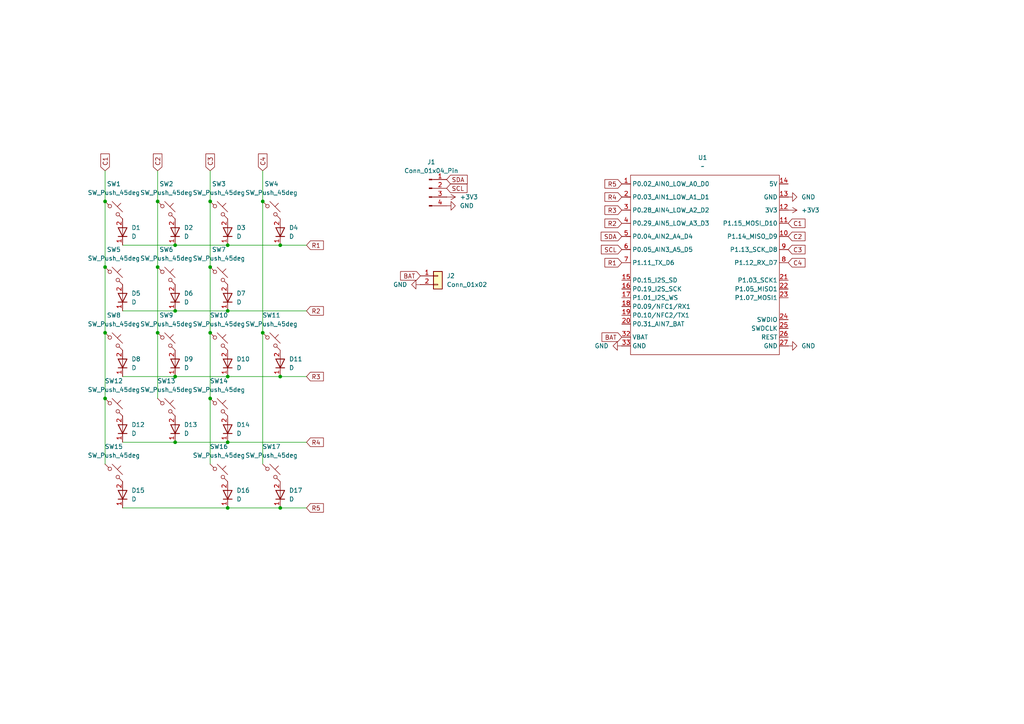
<source format=kicad_sch>
(kicad_sch (version 20250114) (generator "eeschema") (generator_version "9.0")
  (paper "A4")
  (lib_symbols
    (symbol "Connector:Conn_01x04_Pin" (pin_names (offset 1.016) (hide yes))
      (property "Reference" "J" (at 0 5.08 0))
      (property "Value" "Conn_01x04_Pin" (at 0 -7.62 0))
      (symbol "Conn_01x04_Pin_1_1"
        (rectangle (start 0.8636 2.667) (end 0 2.413) (stroke (width 0.1524)) (fill (type outline)))
        (rectangle (start 0.8636 0.127) (end 0 -0.127) (stroke (width 0.1524)) (fill (type outline)))
        (rectangle (start 0.8636 -2.413) (end 0 -2.667) (stroke (width 0.1524)) (fill (type outline)))
        (rectangle (start 0.8636 -4.953) (end 0 -5.207) (stroke (width 0.1524)) (fill (type outline)))
        (polyline (pts (xy 1.27 2.54) (xy 0.8636 2.54)) (stroke (width 0.1524)))
        (polyline (pts (xy 1.27 0) (xy 0.8636 0)) (stroke (width 0.1524)))
        (polyline (pts (xy 1.27 -2.54) (xy 0.8636 -2.54)) (stroke (width 0.1524)))
        (polyline (pts (xy 1.27 -5.08) (xy 0.8636 -5.08)) (stroke (width 0.1524)))
        (pin passive line (at 5.08 2.54 180) (length 3.81) (name "Pin_1") (number "1"))
        (pin passive line (at 5.08 0 180) (length 3.81) (name "Pin_2") (number "2"))
        (pin passive line (at 5.08 -2.54 180) (length 3.81) (name "Pin_3") (number "3"))
        (pin passive line (at 5.08 -5.08 180) (length 3.81) (name "Pin_4") (number "4"))
      )
    )
    (symbol "Connector_Generic:Conn_01x02" (pin_names (offset 1.016) (hide yes))
      (property "Reference" "J" (at 0 2.54 0))
      (property "Value" "Conn_01x02" (at 0 -5.08 0))
      (symbol "Conn_01x02_1_1"
        (rectangle (start -1.27 1.27) (end 1.27 -3.81) (stroke (width 0.254)) (fill (type background)))
        (rectangle (start -1.27 0.127) (end 0 -0.127) (stroke (width 0.1524)))
        (rectangle (start -1.27 -2.413) (end 0 -2.667) (stroke (width 0.1524)))
        (pin passive line (at -5.08 0 0) (length 3.81) (name "Pin_1") (number "1"))
        (pin passive line (at -5.08 -2.54 0) (length 3.81) (name "Pin_2") (number "2"))
      )
    )
    (symbol "Seeed XIAO Plus:XIAO-nRF52840_Plus_SMD"
      (property "Reference" "U" (at -2.54 2.54 0))
      (symbol "XIAO-nRF52840_Plus_SMD_0_1"
        (rectangle (start 0 0) (end 43.18 -52.07))
      )
      (symbol "XIAO-nRF52840_Plus_SMD_1_0"
        (polyline (pts (xy 0 -2.54) (xy -1.27 -2.54)) (stroke (width 0.1524)))
        (polyline (pts (xy 0 -6.35) (xy -1.27 -6.35)) (stroke (width 0.1524)))
        (polyline (pts (xy 0 -10.16) (xy -1.27 -10.16)) (stroke (width 0.1524)))
        (polyline (pts (xy 0 -13.97) (xy -1.27 -13.97)) (stroke (width 0.1524)))
        (polyline (pts (xy 0 -17.78) (xy -1.27 -17.78)) (stroke (width 0.1524)))
        (polyline (pts (xy 0 -21.59) (xy -1.27 -21.59)) (stroke (width 0.1524)))
        (polyline (pts (xy 0 -25.4) (xy -1.27 -25.4)) (stroke (width 0.1524)))
        (pin passive line (at -2.54 -2.54 0) (length 2.54) (name "P0.02_AIN0_LOW_A0_D0") (number "1"))
        (pin passive line (at -2.54 -6.35 0) (length 2.54) (name "P0.03_AIN1_LOW_A1_D1") (number "2"))
        (pin passive line (at -2.54 -10.16 0) (length 2.54) (name "P0.28_AIN4_LOW_A2_D2") (number "3"))
        (pin passive line (at -2.54 -13.97 0) (length 2.54) (name "P0.29_AIN5_LOW_A3_D3") (number "4"))
        (pin passive line (at -2.54 -17.78 0) (length 2.54) (name "P0.04_AIN2_A4_D4") (number "5"))
        (pin passive line (at -2.54 -21.59 0) (length 2.54) (name "P0.05_AIN3_A5_D5") (number "6"))
        (pin passive line (at -2.54 -25.4 0) (length 2.54) (name "P1.11_TX_D6") (number "7"))
        (pin passive line (at 45.72 -2.54 180) (length 2.54) (name "5V") (number "14"))
        (pin passive line (at 45.72 -6.35 180) (length 2.54) (name "GND") (number "13"))
        (pin passive line (at 45.72 -10.16 180) (length 2.54) (name "3V3") (number "12"))
        (pin passive line (at 45.72 -13.97 180) (length 2.54) (name "P1.15_MOSI_D10") (number "11"))
        (pin passive line (at 45.72 -17.78 180) (length 2.54) (name "P1.14_MISO_D9") (number "10"))
        (pin passive line (at 45.72 -21.59 180) (length 2.54) (name "P1.13_SCK_D8") (number "9"))
        (pin passive line (at 45.72 -25.4 180) (length 2.54) (name "P1.12_RX_D7") (number "8"))
      )
      (symbol "XIAO-nRF52840_Plus_SMD_1_1"
        (pin passive line (at -2.54 -30.48 0) (length 2.54) (name "P0.15_I2S_SD") (number "15"))
        (pin passive line (at -2.54 -33.02 0) (length 2.54) (name "P0.19_I2S_SCK") (number "16"))
        (pin passive line (at -2.54 -35.56 0) (length 2.54) (name "P1.01_I2S_WS") (number "17"))
        (pin passive line (at -2.54 -38.1 0) (length 2.54) (name "P0.09/NFC1/RX1") (number "18"))
        (pin passive line (at -2.54 -40.64 0) (length 2.54) (name "P0.10/NFC2/TX1") (number "19"))
        (pin passive line (at -2.54 -43.18 0) (length 2.54) (name "P0.31_AIN7_BAT") (number "20"))
        (pin passive line (at -2.54 -46.99 0) (length 2.54) (name "VBAT") (number "32"))
        (pin passive line (at -2.54 -49.53 0) (length 2.54) (name "GND") (number "33"))
        (pin passive line (at 45.72 -30.48 180) (length 2.54) (name "P1.03_SCK1") (number "21"))
        (pin passive line (at 45.72 -33.02 180) (length 2.54) (name "P1.05_MISO1") (number "22"))
        (pin passive line (at 45.72 -35.56 180) (length 2.54) (name "P1.07_MOSI1") (number "23"))
        (pin passive line (at 45.72 -41.91 180) (length 2.54) (name "SWDIO") (number "24"))
        (pin passive line (at 45.72 -44.45 180) (length 2.54) (name "SWDCLK") (number "25"))
        (pin passive line (at 45.72 -46.99 180) (length 2.54) (name "REST") (number "26"))
        (pin passive line (at 45.72 -49.53 180) (length 2.54) (name "GND") (number "27"))
      )
    )
    (symbol "Simulation_SPICE:D" (pin_names (offset 1.016) (hide yes))
      (property "Reference" "D" (at 0 2.54 0))
      (property "Value" "D" (at 0 -2.54 0))
      (symbol "D_0_1"
        (polyline (pts (xy -1.27 1.27) (xy -1.27 -1.27)) (stroke (width 0.254)))
        (polyline (pts (xy 1.27 1.27) (xy 1.27 -1.27) (xy -1.27 0) (xy 1.27 1.27)) (stroke (width 0.254)))
        (polyline (pts (xy 1.27 0) (xy -1.27 0)))
      )
      (symbol "D_1_1"
        (pin passive line (at -3.81 0 0) (length 2.54) (name "K") (number "1"))
        (pin passive line (at 3.81 0 180) (length 2.54) (name "A") (number "2"))
      )
    )
    (symbol "Switch:SW_Push_45deg" (pin_numbers (hide yes)) (pin_names (offset 1.016) (hide yes))
      (property "Reference" "SW" (at 3.048 1.016 0))
      (property "Value" "SW_Push_45deg" (at 0 -3.81 0))
      (symbol "SW_Push_45deg_0_1"
        (polyline (pts (xy -2.54 2.54) (xy -1.524 1.524) (xy -1.524 1.524)))
        (circle (center -1.1684 1.1684) (radius 0.508))
        (polyline (pts (xy -0.508 2.54) (xy 2.54 -0.508)))
        (polyline (pts (xy 1.016 1.016) (xy 2.032 2.032)))
        (circle (center 1.143 -1.1938) (radius 0.508))
        (polyline (pts (xy 1.524 -1.524) (xy 2.54 -2.54) (xy 2.54 -2.54) (xy 2.54 -2.54)))
        (pin passive line (at -2.54 2.54 0) (length 0) (name "1") (number "1"))
        (pin passive line (at 2.54 -2.54 180) (length 0) (name "2") (number "2"))
      )
    )
    (symbol "power:+3V3" (power) (pin_numbers (hide yes)) (pin_names (offset 0) (hide yes))
      (property "Value" "+3V3" (at 0 3.556 0))
      (symbol "+3V3_0_1"
        (polyline (pts (xy -0.762 1.27) (xy 0 2.54)))
        (polyline (pts (xy 0 2.54) (xy 0.762 1.27)))
        (polyline (pts (xy 0 0) (xy 0 2.54)))
      )
      (symbol "+3V3_1_1"
        (pin power_in line (at 0 0 90) (length 0) (name "~") (number "1"))
      )
    )
    (symbol "power:GND" (power) (pin_numbers (hide yes)) (pin_names (offset 0) (hide yes))
      (property "Value" "GND" (at 0 -3.81 0))
      (symbol "GND_0_1"
        (polyline (pts (xy 0 0) (xy 0 -1.27) (xy 1.27 -1.27) (xy 0 -2.54) (xy -1.27 -1.27) (xy 0 -1.27)))
      )
      (symbol "GND_1_1"
        (pin power_in line (at 0 0 270) (length 0) (name "~") (number "1"))
      )
    )
  )
  (junction (at 30.48 96.52))
  (junction (at 81.28 71.12))
  (junction (at 45.72 58.42))
  (junction (at 30.48 77.47))
  (junction (at 60.96 96.52))
  (junction (at 50.8 109.22))
  (junction (at 60.96 58.42))
  (junction (at 50.8 90.17))
  (junction (at 66.04 71.12))
  (junction (at 81.28 109.22))
  (junction (at 76.2 96.52))
  (junction (at 30.48 115.57))
  (junction (at 30.48 58.42))
  (junction (at 45.72 77.47))
  (junction (at 66.04 109.22))
  (junction (at 66.04 128.27))
  (junction (at 76.2 58.42))
  (junction (at 66.04 90.17))
  (junction (at 50.8 71.12))
  (junction (at 50.8 128.27))
  (junction (at 60.96 115.57))
  (junction (at 45.72 96.52))
  (junction (at 66.04 147.32))
  (junction (at 81.28 147.32))
  (junction (at 60.96 77.47))
  (wire (pts (xy 35.56 71.12) (xy 50.8 71.12)))
  (wire (pts (xy 50.8 128.27) (xy 66.04 128.27)))
  (wire (pts (xy 45.72 58.42) (xy 45.72 77.47)))
  (wire (pts (xy 45.72 49.53) (xy 45.72 58.42)))
  (wire (pts (xy 66.04 147.32) (xy 81.28 147.32)))
  (wire (pts (xy 76.2 58.42) (xy 76.2 96.52)))
  (wire (pts (xy 76.2 96.52) (xy 76.2 134.62)))
  (wire (pts (xy 30.48 58.42) (xy 30.48 77.47)))
  (wire (pts (xy 60.96 96.52) (xy 60.96 115.57)))
  (wire (pts (xy 50.8 71.12) (xy 66.04 71.12)))
  (wire (pts (xy 35.56 147.32) (xy 66.04 147.32)))
  (wire (pts (xy 60.96 77.47) (xy 60.96 96.52)))
  (wire (pts (xy 30.48 49.53) (xy 30.48 58.42)))
  (wire (pts (xy 45.72 96.52) (xy 45.72 115.57)))
  (wire (pts (xy 76.2 49.53) (xy 76.2 58.42)))
  (wire (pts (xy 50.8 90.17) (xy 66.04 90.17)))
  (wire (pts (xy 81.28 147.32) (xy 88.9 147.32)))
  (wire (pts (xy 66.04 71.12) (xy 81.28 71.12)))
  (wire (pts (xy 30.48 77.47) (xy 30.48 96.52)))
  (wire (pts (xy 60.96 58.42) (xy 60.96 77.47)))
  (wire (pts (xy 66.04 109.22) (xy 81.28 109.22)))
  (wire (pts (xy 30.48 115.57) (xy 30.48 134.62)))
  (wire (pts (xy 66.04 128.27) (xy 88.9 128.27)))
  (wire (pts (xy 60.96 115.57) (xy 60.96 134.62)))
  (wire (pts (xy 81.28 71.12) (xy 88.9 71.12)))
  (wire (pts (xy 66.04 90.17) (xy 88.9 90.17)))
  (wire (pts (xy 50.8 109.22) (xy 66.04 109.22)))
  (wire (pts (xy 81.28 109.22) (xy 88.9 109.22)))
  (wire (pts (xy 35.56 109.22) (xy 50.8 109.22)))
  (wire (pts (xy 45.72 77.47) (xy 45.72 96.52)))
  (wire (pts (xy 60.96 49.53) (xy 60.96 58.42)))
  (wire (pts (xy 30.48 96.52) (xy 30.48 115.57)))
  (wire (pts (xy 35.56 90.17) (xy 50.8 90.17)))
  (wire (pts (xy 35.56 128.27) (xy 50.8 128.27)))
  (global_label "C3" (shape input) (at 228.6 72.39 0) (property "Intersheetrefs" "${INTERSHEET_REFS}" (effects (hide yes))))
  (global_label "C1" (shape input) (at 30.48 49.53 90) (property "Intersheetrefs" "${INTERSHEET_REFS}" (effects (hide yes))))
  (global_label "R5" (shape input) (at 180.34 53.34 180) (property "Intersheetrefs" "${INTERSHEET_REFS}" (effects (hide yes))))
  (global_label "SCL" (shape input) (at 129.54 54.61 0) (property "Intersheetrefs" "${INTERSHEET_REFS}" (effects (hide yes))))
  (global_label "R4" (shape input) (at 88.9 128.27 0) (property "Intersheetrefs" "${INTERSHEET_REFS}" (effects (hide yes))))
  (global_label "R3" (shape input) (at 88.9 109.22 0) (property "Intersheetrefs" "${INTERSHEET_REFS}" (effects (hide yes))))
  (global_label "R2" (shape input) (at 180.34 64.77 180) (property "Intersheetrefs" "${INTERSHEET_REFS}" (effects (hide yes))))
  (global_label "C1" (shape input) (at 228.6 64.77 0) (property "Intersheetrefs" "${INTERSHEET_REFS}" (effects (hide yes))))
  (global_label "C3" (shape input) (at 60.96 49.53 90) (property "Intersheetrefs" "${INTERSHEET_REFS}" (effects (hide yes))))
  (global_label "SDA" (shape input) (at 180.34 68.58 180) (property "Intersheetrefs" "${INTERSHEET_REFS}" (effects (hide yes))))
  (global_label "C4" (shape input) (at 76.2 49.53 90) (property "Intersheetrefs" "${INTERSHEET_REFS}" (effects (hide yes))))
  (global_label "R2" (shape input) (at 88.9 90.17 0) (property "Intersheetrefs" "${INTERSHEET_REFS}" (effects (hide yes))))
  (global_label "R5" (shape input) (at 88.9 147.32 0) (property "Intersheetrefs" "${INTERSHEET_REFS}" (effects (hide yes))))
  (global_label "BAT" (shape input) (at 180.34 97.79 180) (property "Intersheetrefs" "${INTERSHEET_REFS}" (effects (hide yes))))
  (global_label "R1" (shape input) (at 88.9 71.12 0) (property "Intersheetrefs" "${INTERSHEET_REFS}" (effects (hide yes))))
  (global_label "SDA" (shape input) (at 129.54 52.07 0) (property "Intersheetrefs" "${INTERSHEET_REFS}" (effects (hide yes))))
  (global_label "R3" (shape input) (at 180.34 60.96 180) (property "Intersheetrefs" "${INTERSHEET_REFS}" (effects (hide yes))))
  (global_label "BAT" (shape input) (at 121.92 80.01 180) (property "Intersheetrefs" "${INTERSHEET_REFS}" (effects (hide yes))))
  (global_label "R4" (shape input) (at 180.34 57.15 180) (property "Intersheetrefs" "${INTERSHEET_REFS}" (effects (hide yes))))
  (global_label "C2" (shape input) (at 45.72 49.53 90) (property "Intersheetrefs" "${INTERSHEET_REFS}" (effects (hide yes))))
  (global_label "SCL" (shape input) (at 180.34 72.39 180) (property "Intersheetrefs" "${INTERSHEET_REFS}" (effects (hide yes))))
  (global_label "C2" (shape input) (at 228.6 68.58 0) (property "Intersheetrefs" "${INTERSHEET_REFS}" (effects (hide yes))))
  (global_label "C4" (shape input) (at 228.6 76.2 0) (property "Intersheetrefs" "${INTERSHEET_REFS}" (effects (hide yes))))
  (global_label "R1" (shape input) (at 180.34 76.2 180) (property "Intersheetrefs" "${INTERSHEET_REFS}" (effects (hide yes))))
  (symbol (lib_id "Simulation_SPICE:D") (at 66.04 105.41 90) (unit 1)
    (property "Reference" "D10" (at 68.58 104.1399 90) (effects (justify right)))
    (property "Value" "D" (at 68.58 106.6799 90) (effects (justify right)))
    (property "Footprint" "Diode_SMD:D_SOD-123" (effects (hide yes)))
    (property "Datasheet" "https://ngspice.sourceforge.io/docs/ngspice-html-manual/manual.xhtml#cha_DIODEs" (effects (hide yes)))
    (property "Description" "Diode for simulation or PCB" (effects (hide yes)))
    (property "Sim.Device" "D" (effects (hide yes)))
    (property "Sim.Pins" "1=K 2=A" (effects (hide yes)))
    (property "Sim.Params" "rs=50m cjo=10p" (effects (hide yes)))
  )
  (symbol (lib_id "Switch:SW_Push_45deg") (at 63.5 80.01 0) (unit 1)
    (property "Reference" "SW7" (at 63.5 72.39 0))
    (property "Value" "SW_Push_45deg" (at 63.5 74.93 0))
    (property "Footprint" "MNP02:MNP_SW_Hotswap_Kailh_MX_1.00u" (effects (hide yes)))
    (property "Description" "Push button switch, normally open, two pins, 45° tilted" (effects (hide yes)))
  )
  (symbol (lib_id "Switch:SW_Push_45deg") (at 78.74 137.16 0) (unit 1)
    (property "Reference" "SW17" (at 78.74 129.54 0))
    (property "Value" "SW_Push_45deg" (at 78.74 132.08 0))
    (property "Footprint" "MNP02:MNP_SW_Hotswap_Kailh_MX_2.00u_90deg" (effects (hide yes)))
    (property "Description" "Push button switch, normally open, two pins, 45° tilted" (effects (hide yes)))
  )
  (symbol (lib_id "Simulation_SPICE:D") (at 50.8 105.41 90) (unit 1)
    (property "Reference" "D9" (at 53.34 104.1399 90) (effects (justify right)))
    (property "Value" "D" (at 53.34 106.6799 90) (effects (justify right)))
    (property "Footprint" "Diode_SMD:D_SOD-123" (effects (hide yes)))
    (property "Datasheet" "https://ngspice.sourceforge.io/docs/ngspice-html-manual/manual.xhtml#cha_DIODEs" (effects (hide yes)))
    (property "Description" "Diode for simulation or PCB" (effects (hide yes)))
    (property "Sim.Device" "D" (effects (hide yes)))
    (property "Sim.Pins" "1=K 2=A" (effects (hide yes)))
    (property "Sim.Params" "rs=50m cjo=10p" (effects (hide yes)))
  )
  (symbol (lib_id "Switch:SW_Push_45deg") (at 63.5 60.96 0) (unit 1)
    (property "Reference" "SW3" (at 63.5 53.34 0))
    (property "Value" "SW_Push_45deg" (at 63.5 55.88 0))
    (property "Footprint" "MNP02:MNP_SW_Hotswap_Kailh_MX_1.00u" (effects (hide yes)))
    (property "Description" "Push button switch, normally open, two pins, 45° tilted" (effects (hide yes)))
  )
  (symbol (lib_id "Switch:SW_Push_45deg") (at 78.74 99.06 0) (unit 1)
    (property "Reference" "SW11" (at 78.74 91.44 0))
    (property "Value" "SW_Push_45deg" (at 78.74 93.98 0))
    (property "Footprint" "MNP02:MNP_SW_Hotswap_Kailh_MX_2.00u_90deg" (effects (hide yes)))
    (property "Description" "Push button switch, normally open, two pins, 45° tilted" (effects (hide yes)))
  )
  (symbol (lib_id "Connector_Generic:Conn_01x02") (at 127 80.01 0) (unit 1)
    (property "Reference" "J2" (at 129.54 80.0099 0) (effects (justify left)))
    (property "Value" "Conn_01x02" (at 129.54 82.5499 0) (effects (justify left)))
    (property "Footprint" "Connector_JST:JST_XH_S2B-XH-A_1x02_P2.50mm_Horizontal" (effects (hide yes)))
    (property "Description" "Generic connector, single row, 01x02, script generated (kicad-library-utils/schlib/autogen/connector/)" (effects (hide yes)))
  )
  (symbol (lib_id "Switch:SW_Push_45deg") (at 63.5 99.06 0) (unit 1)
    (property "Reference" "SW10" (at 63.5 91.44 0))
    (property "Value" "SW_Push_45deg" (at 63.5 93.98 0))
    (property "Footprint" "MNP02:MNP_SW_Hotswap_Kailh_MX_1.00u" (effects (hide yes)))
    (property "Description" "Push button switch, normally open, two pins, 45° tilted" (effects (hide yes)))
  )
  (symbol (lib_id "Switch:SW_Push_45deg") (at 63.5 118.11 0) (unit 1)
    (property "Reference" "SW14" (at 63.5 110.49 0))
    (property "Value" "SW_Push_45deg" (at 63.5 113.03 0))
    (property "Footprint" "MNP02:MNP_SW_Hotswap_Kailh_MX_1.00u" (effects (hide yes)))
    (property "Description" "Push button switch, normally open, two pins, 45° tilted" (effects (hide yes)))
  )
  (symbol (lib_id "Simulation_SPICE:D") (at 35.56 143.51 90) (unit 1)
    (property "Reference" "D15" (at 38.1 142.2399 90) (effects (justify right)))
    (property "Value" "D" (at 38.1 144.7799 90) (effects (justify right)))
    (property "Footprint" "Diode_SMD:D_SOD-123" (effects (hide yes)))
    (property "Datasheet" "https://ngspice.sourceforge.io/docs/ngspice-html-manual/manual.xhtml#cha_DIODEs" (effects (hide yes)))
    (property "Description" "Diode for simulation or PCB" (effects (hide yes)))
    (property "Sim.Device" "D" (effects (hide yes)))
    (property "Sim.Pins" "1=K 2=A" (effects (hide yes)))
    (property "Sim.Params" "rs=50m cjo=10p" (effects (hide yes)))
  )
  (symbol (lib_id "Switch:SW_Push_45deg") (at 33.02 137.16 0) (unit 1)
    (property "Reference" "SW15" (at 33.02 129.54 0))
    (property "Value" "SW_Push_45deg" (at 33.02 132.08 0))
    (property "Footprint" "MNP02:MNP_SW_Hotswap_Kailh_MX_2.00u" (effects (hide yes)))
    (property "Description" "Push button switch, normally open, two pins, 45° tilted" (effects (hide yes)))
  )
  (symbol (lib_id "Switch:SW_Push_45deg") (at 48.26 80.01 0) (unit 1)
    (property "Reference" "SW6" (at 48.26 72.39 0))
    (property "Value" "SW_Push_45deg" (at 48.26 74.93 0))
    (property "Footprint" "MNP02:MNP_SW_Hotswap_Kailh_MX_1.00u" (effects (hide yes)))
    (property "Description" "Push button switch, normally open, two pins, 45° tilted" (effects (hide yes)))
  )
  (symbol (lib_id "power:GND") (at 180.34 100.33 270) (unit 1)
    (property "Reference" "#PWR011" (effects (hide yes)))
    (property "Value" "GND" (at 176.53 100.3301 90) (effects (justify right)))
    (property "Description" "Power symbol creates a global label with name \"GND\" , ground" (effects (hide yes)))
  )
  (symbol (lib_id "Simulation_SPICE:D") (at 66.04 86.36 90) (unit 1)
    (property "Reference" "D7" (at 68.58 85.0899 90) (effects (justify right)))
    (property "Value" "D" (at 68.58 87.6299 90) (effects (justify right)))
    (property "Footprint" "Diode_SMD:D_SOD-123" (effects (hide yes)))
    (property "Datasheet" "https://ngspice.sourceforge.io/docs/ngspice-html-manual/manual.xhtml#cha_DIODEs" (effects (hide yes)))
    (property "Description" "Diode for simulation or PCB" (effects (hide yes)))
    (property "Sim.Device" "D" (effects (hide yes)))
    (property "Sim.Pins" "1=K 2=A" (effects (hide yes)))
    (property "Sim.Params" "rs=50m cjo=10p" (effects (hide yes)))
  )
  (symbol (lib_id "power:GND") (at 121.92 82.55 270) (unit 1)
    (property "Reference" "#PWR05" (effects (hide yes)))
    (property "Value" "GND" (at 118.11 82.5501 90) (effects (justify right)))
    (property "Description" "Power symbol creates a global label with name \"GND\" , ground" (effects (hide yes)))
  )
  (symbol (lib_id "power:GND") (at 228.6 57.15 90) (unit 1)
    (property "Reference" "#PWR09" (effects (hide yes)))
    (property "Value" "GND" (at 232.41 57.1499 90) (effects (justify right)))
    (property "Description" "Power symbol creates a global label with name \"GND\" , ground" (effects (hide yes)))
  )
  (symbol (lib_id "Simulation_SPICE:D") (at 81.28 67.31 90) (unit 1)
    (property "Reference" "D4" (at 83.82 66.0399 90) (effects (justify right)))
    (property "Value" "D" (at 83.82 68.5799 90) (effects (justify right)))
    (property "Footprint" "Diode_SMD:D_SOD-123" (effects (hide yes)))
    (property "Datasheet" "https://ngspice.sourceforge.io/docs/ngspice-html-manual/manual.xhtml#cha_DIODEs" (effects (hide yes)))
    (property "Description" "Diode for simulation or PCB" (effects (hide yes)))
    (property "Sim.Device" "D" (effects (hide yes)))
    (property "Sim.Pins" "1=K 2=A" (effects (hide yes)))
    (property "Sim.Params" "rs=50m cjo=10p" (effects (hide yes)))
  )
  (symbol (lib_id "Simulation_SPICE:D") (at 66.04 143.51 90) (unit 1)
    (property "Reference" "D16" (at 68.58 142.2399 90) (effects (justify right)))
    (property "Value" "D" (at 68.58 144.7799 90) (effects (justify right)))
    (property "Footprint" "Diode_SMD:D_SOD-123" (effects (hide yes)))
    (property "Datasheet" "https://ngspice.sourceforge.io/docs/ngspice-html-manual/manual.xhtml#cha_DIODEs" (effects (hide yes)))
    (property "Description" "Diode for simulation or PCB" (effects (hide yes)))
    (property "Sim.Device" "D" (effects (hide yes)))
    (property "Sim.Pins" "1=K 2=A" (effects (hide yes)))
    (property "Sim.Params" "rs=50m cjo=10p" (effects (hide yes)))
  )
  (symbol (lib_id "Simulation_SPICE:D") (at 81.28 105.41 90) (unit 1)
    (property "Reference" "D11" (at 83.82 104.1399 90) (effects (justify right)))
    (property "Value" "D" (at 83.82 106.6799 90) (effects (justify right)))
    (property "Footprint" "Diode_SMD:D_SOD-123" (effects (hide yes)))
    (property "Datasheet" "https://ngspice.sourceforge.io/docs/ngspice-html-manual/manual.xhtml#cha_DIODEs" (effects (hide yes)))
    (property "Description" "Diode for simulation or PCB" (effects (hide yes)))
    (property "Sim.Device" "D" (effects (hide yes)))
    (property "Sim.Pins" "1=K 2=A" (effects (hide yes)))
    (property "Sim.Params" "rs=50m cjo=10p" (effects (hide yes)))
  )
  (symbol (lib_id "Switch:SW_Push_45deg") (at 48.26 60.96 0) (unit 1)
    (property "Reference" "SW2" (at 48.26 53.34 0))
    (property "Value" "SW_Push_45deg" (at 48.26 55.88 0))
    (property "Footprint" "MNP02:MNP_SW_Hotswap_Kailh_MX_1.00u" (effects (hide yes)))
    (property "Description" "Push button switch, normally open, two pins, 45° tilted" (effects (hide yes)))
  )
  (symbol (lib_id "Switch:SW_Push_45deg") (at 63.5 137.16 0) (unit 1)
    (property "Reference" "SW16" (at 63.5 129.54 0))
    (property "Value" "SW_Push_45deg" (at 63.5 132.08 0))
    (property "Footprint" "MNP02:MNP_SW_Hotswap_Kailh_MX_1.00u" (effects (hide yes)))
    (property "Description" "Push button switch, normally open, two pins, 45° tilted" (effects (hide yes)))
  )
  (symbol (lib_id "Switch:SW_Push_45deg") (at 33.02 80.01 0) (unit 1)
    (property "Reference" "SW5" (at 33.02 72.39 0))
    (property "Value" "SW_Push_45deg" (at 33.02 74.93 0))
    (property "Footprint" "MNP02:MNP_SW_Hotswap_Kailh_MX_1.00u" (effects (hide yes)))
    (property "Description" "Push button switch, normally open, two pins, 45° tilted" (effects (hide yes)))
  )
  (symbol (lib_id "Simulation_SPICE:D") (at 81.28 143.51 90) (unit 1)
    (property "Reference" "D17" (at 83.82 142.2399 90) (effects (justify right)))
    (property "Value" "D" (at 83.82 144.7799 90) (effects (justify right)))
    (property "Footprint" "Diode_SMD:D_SOD-123" (effects (hide yes)))
    (property "Datasheet" "https://ngspice.sourceforge.io/docs/ngspice-html-manual/manual.xhtml#cha_DIODEs" (effects (hide yes)))
    (property "Description" "Diode for simulation or PCB" (effects (hide yes)))
    (property "Sim.Device" "D" (effects (hide yes)))
    (property "Sim.Pins" "1=K 2=A" (effects (hide yes)))
    (property "Sim.Params" "rs=50m cjo=10p" (effects (hide yes)))
  )
  (symbol (lib_id "Switch:SW_Push_45deg") (at 48.26 99.06 0) (unit 1)
    (property "Reference" "SW9" (at 48.26 91.44 0))
    (property "Value" "SW_Push_45deg" (at 48.26 93.98 0))
    (property "Footprint" "MNP02:MNP_SW_Hotswap_Kailh_MX_1.00u" (effects (hide yes)))
    (property "Description" "Push button switch, normally open, two pins, 45° tilted" (effects (hide yes)))
  )
  (symbol (lib_id "Simulation_SPICE:D") (at 50.8 67.31 90) (unit 1)
    (property "Reference" "D2" (at 53.34 66.0399 90) (effects (justify right)))
    (property "Value" "D" (at 53.34 68.5799 90) (effects (justify right)))
    (property "Footprint" "Diode_SMD:D_SOD-123" (effects (hide yes)))
    (property "Datasheet" "https://ngspice.sourceforge.io/docs/ngspice-html-manual/manual.xhtml#cha_DIODEs" (effects (hide yes)))
    (property "Description" "Diode for simulation or PCB" (effects (hide yes)))
    (property "Sim.Device" "D" (effects (hide yes)))
    (property "Sim.Pins" "1=K 2=A" (effects (hide yes)))
    (property "Sim.Params" "rs=50m cjo=10p" (effects (hide yes)))
  )
  (symbol (lib_id "Seeed XIAO Plus:XIAO-nRF52840_Plus_SMD") (at 182.88 50.8 0) (unit 1)
    (property "Reference" "U1" (at 203.7969 45.72 0))
    (property "Value" "~" (at 203.7969 48.26 0))
    (property "Footprint" "Seeed XIAO Plus:XIAO-nRF52840-Plus-SMD" (effects (hide yes)))
  )
  (symbol (lib_id "power:GND") (at 228.6 100.33 90) (unit 1)
    (property "Reference" "#PWR010" (effects (hide yes)))
    (property "Value" "GND" (at 232.41 100.3299 90) (effects (justify right)))
    (property "Description" "Power symbol creates a global label with name \"GND\" , ground" (effects (hide yes)))
  )
  (symbol (lib_id "Switch:SW_Push_45deg") (at 33.02 60.96 0) (unit 1)
    (property "Reference" "SW1" (at 33.02 53.34 0))
    (property "Value" "SW_Push_45deg" (at 33.02 55.88 0))
    (property "Footprint" "MNP02:MNP_SW_Hotswap_Kailh_MX_1.00u" (effects (hide yes)))
    (property "Description" "Push button switch, normally open, two pins, 45° tilted" (effects (hide yes)))
  )
  (symbol (lib_id "Simulation_SPICE:D") (at 35.56 67.31 90) (unit 1)
    (property "Reference" "D1" (at 38.1 66.0399 90) (effects (justify right)))
    (property "Value" "D" (at 38.1 68.5799 90) (effects (justify right)))
    (property "Footprint" "Diode_SMD:D_SOD-123" (effects (hide yes)))
    (property "Datasheet" "https://ngspice.sourceforge.io/docs/ngspice-html-manual/manual.xhtml#cha_DIODEs" (effects (hide yes)))
    (property "Description" "Diode for simulation or PCB" (effects (hide yes)))
    (property "Sim.Device" "D" (effects (hide yes)))
    (property "Sim.Pins" "1=K 2=A" (effects (hide yes)))
    (property "Sim.Params" "rs=50m cjo=10p" (effects (hide yes)))
  )
  (symbol (lib_id "Simulation_SPICE:D") (at 35.56 124.46 90) (unit 1)
    (property "Reference" "D12" (at 38.1 123.1899 90) (effects (justify right)))
    (property "Value" "D" (at 38.1 125.7299 90) (effects (justify right)))
    (property "Footprint" "Diode_SMD:D_SOD-123" (effects (hide yes)))
    (property "Datasheet" "https://ngspice.sourceforge.io/docs/ngspice-html-manual/manual.xhtml#cha_DIODEs" (effects (hide yes)))
    (property "Description" "Diode for simulation or PCB" (effects (hide yes)))
    (property "Sim.Device" "D" (effects (hide yes)))
    (property "Sim.Pins" "1=K 2=A" (effects (hide yes)))
    (property "Sim.Params" "rs=50m cjo=10p" (effects (hide yes)))
  )
  (symbol (lib_id "Simulation_SPICE:D") (at 66.04 67.31 90) (unit 1)
    (property "Reference" "D3" (at 68.58 66.0399 90) (effects (justify right)))
    (property "Value" "D" (at 68.58 68.5799 90) (effects (justify right)))
    (property "Footprint" "Diode_SMD:D_SOD-123" (effects (hide yes)))
    (property "Datasheet" "https://ngspice.sourceforge.io/docs/ngspice-html-manual/manual.xhtml#cha_DIODEs" (effects (hide yes)))
    (property "Description" "Diode for simulation or PCB" (effects (hide yes)))
    (property "Sim.Device" "D" (effects (hide yes)))
    (property "Sim.Pins" "1=K 2=A" (effects (hide yes)))
    (property "Sim.Params" "rs=50m cjo=10p" (effects (hide yes)))
  )
  (symbol (lib_id "Simulation_SPICE:D") (at 66.04 124.46 90) (unit 1)
    (property "Reference" "D14" (at 68.58 123.1899 90) (effects (justify right)))
    (property "Value" "D" (at 68.58 125.7299 90) (effects (justify right)))
    (property "Footprint" "Diode_SMD:D_SOD-123" (effects (hide yes)))
    (property "Datasheet" "https://ngspice.sourceforge.io/docs/ngspice-html-manual/manual.xhtml#cha_DIODEs" (effects (hide yes)))
    (property "Description" "Diode for simulation or PCB" (effects (hide yes)))
    (property "Sim.Device" "D" (effects (hide yes)))
    (property "Sim.Pins" "1=K 2=A" (effects (hide yes)))
    (property "Sim.Params" "rs=50m cjo=10p" (effects (hide yes)))
  )
  (symbol (lib_id "Switch:SW_Push_45deg") (at 33.02 118.11 0) (unit 1)
    (property "Reference" "SW12" (at 33.02 110.49 0))
    (property "Value" "SW_Push_45deg" (at 33.02 113.03 0))
    (property "Footprint" "MNP02:MNP_SW_Hotswap_Kailh_MX_1.00u" (effects (hide yes)))
    (property "Description" "Push button switch, normally open, two pins, 45° tilted" (effects (hide yes)))
  )
  (symbol (lib_id "Switch:SW_Push_45deg") (at 48.26 118.11 0) (unit 1)
    (property "Reference" "SW13" (at 48.26 110.49 0))
    (property "Value" "SW_Push_45deg" (at 48.26 113.03 0))
    (property "Footprint" "MNP02:MNP_SW_Hotswap_Kailh_MX_1.00u" (effects (hide yes)))
    (property "Description" "Push button switch, normally open, two pins, 45° tilted" (effects (hide yes)))
  )
  (symbol (lib_id "power:+3V3") (at 129.54 57.15 270) (unit 1)
    (property "Reference" "#PWR01" (effects (hide yes)))
    (property "Value" "+3V3" (at 133.35 57.1499 90) (effects (justify left)))
    (property "Description" "Power symbol creates a global label with name \"+3V3\"" (effects (hide yes)))
  )
  (symbol (lib_id "Simulation_SPICE:D") (at 35.56 105.41 90) (unit 1)
    (property "Reference" "D8" (at 38.1 104.1399 90) (effects (justify right)))
    (property "Value" "D" (at 38.1 106.6799 90) (effects (justify right)))
    (property "Footprint" "Diode_SMD:D_SOD-123" (effects (hide yes)))
    (property "Datasheet" "https://ngspice.sourceforge.io/docs/ngspice-html-manual/manual.xhtml#cha_DIODEs" (effects (hide yes)))
    (property "Description" "Diode for simulation or PCB" (effects (hide yes)))
    (property "Sim.Device" "D" (effects (hide yes)))
    (property "Sim.Pins" "1=K 2=A" (effects (hide yes)))
    (property "Sim.Params" "rs=50m cjo=10p" (effects (hide yes)))
  )
  (symbol (lib_id "Connector:Conn_01x04_Pin") (at 124.46 54.61 0) (unit 1)
    (property "Reference" "J1" (at 125.095 46.99 0))
    (property "Value" "Conn_01x04_Pin" (at 125.095 49.53 0))
    (property "Footprint" "MNP02:SSD1306" (effects (hide yes)))
    (property "Description" "Generic connector, single row, 01x04, script generated" (effects (hide yes)))
  )
  (symbol (lib_id "power:GND") (at 129.54 59.69 90) (unit 1)
    (property "Reference" "#PWR02" (effects (hide yes)))
    (property "Value" "GND" (at 133.35 59.6899 90) (effects (justify right)))
    (property "Description" "Power symbol creates a global label with name \"GND\" , ground" (effects (hide yes)))
  )
  (symbol (lib_id "Simulation_SPICE:D") (at 35.56 86.36 90) (unit 1)
    (property "Reference" "D5" (at 38.1 85.0899 90) (effects (justify right)))
    (property "Value" "D" (at 38.1 87.6299 90) (effects (justify right)))
    (property "Footprint" "Diode_SMD:D_SOD-123" (effects (hide yes)))
    (property "Datasheet" "https://ngspice.sourceforge.io/docs/ngspice-html-manual/manual.xhtml#cha_DIODEs" (effects (hide yes)))
    (property "Description" "Diode for simulation or PCB" (effects (hide yes)))
    (property "Sim.Device" "D" (effects (hide yes)))
    (property "Sim.Pins" "1=K 2=A" (effects (hide yes)))
    (property "Sim.Params" "rs=50m cjo=10p" (effects (hide yes)))
  )
  (symbol (lib_id "Switch:SW_Push_45deg") (at 78.74 60.96 0) (unit 1)
    (property "Reference" "SW4" (at 78.74 53.34 0))
    (property "Value" "SW_Push_45deg" (at 78.74 55.88 0))
    (property "Footprint" "MNP02:MNP_SW_Hotswap_Kailh_MX_1.00u" (effects (hide yes)))
    (property "Description" "Push button switch, normally open, two pins, 45° tilted" (effects (hide yes)))
  )
  (symbol (lib_id "power:+3V3") (at 228.6 60.96 270) (unit 1)
    (property "Reference" "#PWR08" (effects (hide yes)))
    (property "Value" "+3V3" (at 232.41 60.9599 90) (effects (justify left)))
    (property "Description" "Power symbol creates a global label with name \"+3V3\"" (effects (hide yes)))
  )
  (symbol (lib_id "Simulation_SPICE:D") (at 50.8 124.46 90) (unit 1)
    (property "Reference" "D13" (at 53.34 123.1899 90) (effects (justify right)))
    (property "Value" "D" (at 53.34 125.7299 90) (effects (justify right)))
    (property "Footprint" "Diode_SMD:D_SOD-123" (effects (hide yes)))
    (property "Datasheet" "https://ngspice.sourceforge.io/docs/ngspice-html-manual/manual.xhtml#cha_DIODEs" (effects (hide yes)))
    (property "Description" "Diode for simulation or PCB" (effects (hide yes)))
    (property "Sim.Device" "D" (effects (hide yes)))
    (property "Sim.Pins" "1=K 2=A" (effects (hide yes)))
    (property "Sim.Params" "rs=50m cjo=10p" (effects (hide yes)))
  )
  (symbol (lib_id "Switch:SW_Push_45deg") (at 33.02 99.06 0) (unit 1)
    (property "Reference" "SW8" (at 33.02 91.44 0))
    (property "Value" "SW_Push_45deg" (at 33.02 93.98 0))
    (property "Footprint" "MNP02:MNP_SW_Hotswap_Kailh_MX_1.00u" (effects (hide yes)))
    (property "Description" "Push button switch, normally open, two pins, 45° tilted" (effects (hide yes)))
  )
  (symbol (lib_id "Simulation_SPICE:D") (at 50.8 86.36 90) (unit 1)
    (property "Reference" "D6" (at 53.34 85.0899 90) (effects (justify right)))
    (property "Value" "D" (at 53.34 87.6299 90) (effects (justify right)))
    (property "Footprint" "Diode_SMD:D_SOD-123" (effects (hide yes)))
    (property "Datasheet" "https://ngspice.sourceforge.io/docs/ngspice-html-manual/manual.xhtml#cha_DIODEs" (effects (hide yes)))
    (property "Description" "Diode for simulation or PCB" (effects (hide yes)))
    (property "Sim.Device" "D" (effects (hide yes)))
    (property "Sim.Pins" "1=K 2=A" (effects (hide yes)))
    (property "Sim.Params" "rs=50m cjo=10p" (effects (hide yes)))
  )
)
</source>
